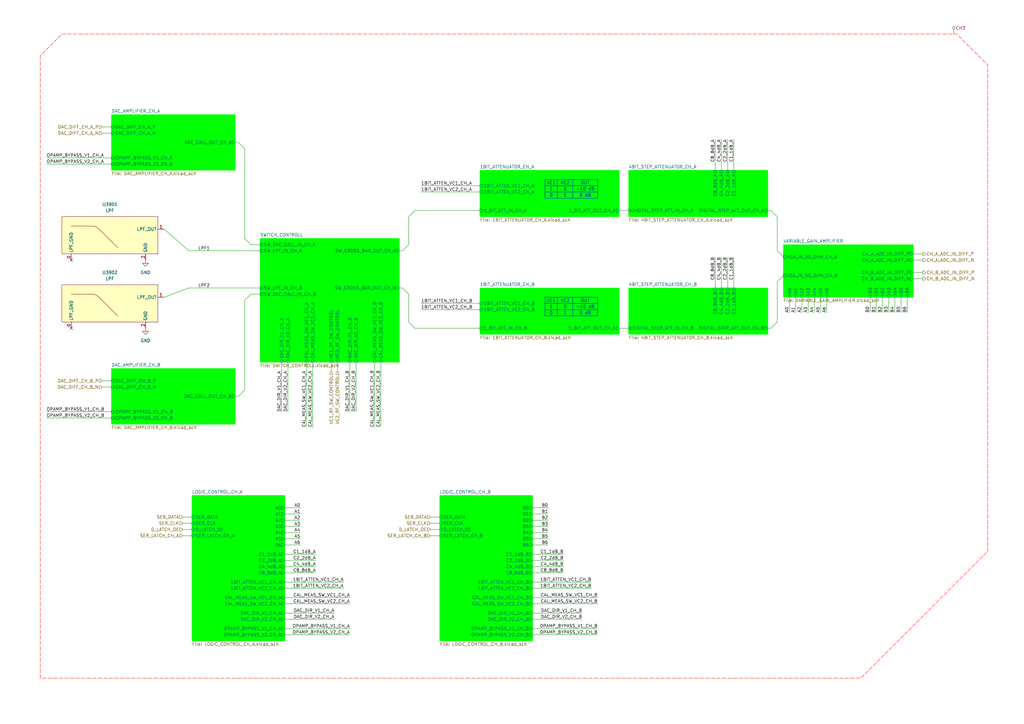
<source format=kicad_sch>
(kicad_sch (version 20250114) (generator "eeschema") (generator_version "9.0")
  (paper "A3")
  (title_block (date "2025-04-16") (company "CERN") (comment 1 "Design by A. Jevtic"))
  (lib_symbols
    (symbol "LPF_MODULE:LPF_MODULE"
      (property "Reference" "U" (at 3.81 9.906 0))
      (property "Value" "LPF" (at 0 0 0))
      (symbol "LPF_MODULE_1_1"
        (rectangle (start -16.51 7.62) (end 22.86 -7.62) (fill (type background)))
        (bezier (pts (xy -3.81 3.81) (xy -3.81 3.81) (xy -2.54 3.81) (xy -1.27 2.54)))
        (polyline (pts (xy -3.81 3.81) (xy -12.7 3.81)))
        (polyline (pts (xy -1.27 2.54) (xy 6.35 -5.08)))
        (pin power_in line (at -12.7 -10.16 90) (length 2.54) (name "LPF_GND") (number "0"))
        (pin power_in line (at 17.78 -10.16 90) (length 2.54) (name "GND") (number "2"))
        (pin output line (at 25.4 2.54 180) (length 2.54) (name "LPF_OUT") (number "1"))
      )
    )
    (symbol "power:GND" (power) (pin_names (offset 0))
      (property "Value" "GND" (at 0 -3.81 0))
      (symbol "GND_0_1"
        (polyline (pts (xy 0 0) (xy 0 -1.27) (xy 1.27 -1.27) (xy 0 -2.54) (xy -1.27 -1.27) (xy 0 -1.27)))
      )
      (symbol "GND_1_1"
        (pin power_in line (at 0 0 270) (length 0) (hide yes) (name "GND") (number "1"))
      )
    )
  )
  (no_connect (at 29.21 134.62))
  (no_connect (at 29.21 106.68))
  (wire (pts (xy 314.96 86.36) (xy 316.23 86.36)))
  (wire (pts (xy 143.51 148.59) (xy 143.51 168.91)))
  (wire (pts (xy 316.23 86.36) (xy 318.77 88.9)))
  (wire (pts (xy 218.44 254) (xy 238.76 254)))
  (wire (pts (xy 331.47 121.92) (xy 331.47 128.27)))
  (wire (pts (xy 314.96 134.62) (xy 316.23 134.62)))
  (wire (pts (xy 218.44 247.65) (xy 245.11 247.65)))
  (wire (pts (xy 135.89 148.59) (xy 135.89 152.4)))
  (wire (pts (xy 218.44 213.36) (xy 224.79 213.36)))
  (wire (pts (xy 45.72 168.91) (xy 19.05 168.91)))
  (wire (pts (xy 318.77 115.57) (xy 318.77 132.08)))
  (wire (pts (xy 102.87 120.65) (xy 100.33 123.19)))
  (wire (pts (xy 156.21 148.59) (xy 156.21 175.26)))
  (wire (pts (xy 116.84 232.41) (xy 129.54 232.41)))
  (wire (pts (xy 102.87 100.33) (xy 100.33 97.79)))
  (wire (pts (xy 128.27 148.59) (xy 128.27 175.26)))
  (wire (pts (xy 196.85 127) (xy 172.72 127)))
  (wire (pts (xy 74.93 214.63) (xy 78.74 214.63)))
  (wire (pts (xy 77.47 102.87) (xy 106.68 102.87)))
  (wire (pts (xy 74.93 219.71) (xy 78.74 219.71)))
  (wire (pts (xy 326.39 121.92) (xy 326.39 128.27)))
  (wire (pts (xy 41.91 52.07) (xy 45.72 52.07)))
  (wire (pts (xy 218.44 210.82) (xy 224.79 210.82)))
  (wire (pts (xy 176.53 217.17) (xy 180.34 217.17)))
  (wire (pts (xy 293.37 69.85) (xy 293.37 57.15)))
  (wire (pts (xy 218.44 251.46) (xy 238.76 251.46)))
  (wire (pts (xy 218.44 227.33) (xy 231.14 227.33)))
  (wire (pts (xy 138.43 148.59) (xy 138.43 152.4)))
  (wire (pts (xy 116.84 260.35) (xy 143.51 260.35)))
  (wire (pts (xy 100.33 60.96) (xy 97.79 58.42)))
  (wire (pts (xy 41.91 54.61) (xy 45.72 54.61)))
  (wire (pts (xy 100.33 160.02) (xy 97.79 162.56)))
  (wire (pts (xy 300.99 118.11) (xy 300.99 105.41)))
  (wire (pts (xy 116.84 210.82) (xy 123.19 210.82)))
  (wire (pts (xy 167.64 100.33) (xy 167.64 88.9)))
  (wire (pts (xy 74.93 212.09) (xy 78.74 212.09)))
  (wire (pts (xy 218.44 257.81) (xy 245.11 257.81)))
  (wire (pts (xy 356.87 121.92) (xy 356.87 128.27)))
  (wire (pts (xy 321.31 105.41) (xy 318.77 102.87)))
  (wire (pts (xy 146.05 148.59) (xy 146.05 168.91)))
  (wire (pts (xy 218.44 223.52) (xy 224.79 223.52)))
  (wire (pts (xy 96.52 162.56) (xy 97.79 162.56)))
  (wire (pts (xy 176.53 212.09) (xy 180.34 212.09)))
  (wire (pts (xy 170.18 134.62) (xy 196.85 134.62)))
  (wire (pts (xy 115.57 148.59) (xy 115.57 168.91)))
  (wire (pts (xy 196.85 78.74) (xy 172.72 78.74)))
  (wire (pts (xy 339.09 121.92) (xy 339.09 128.27)))
  (wire (pts (xy 116.84 254) (xy 137.16 254)))
  (wire (pts (xy 196.85 76.2) (xy 172.72 76.2)))
  (wire (pts (xy 116.84 238.76) (xy 140.97 238.76)))
  (wire (pts (xy 116.84 220.98) (xy 123.19 220.98)))
  (wire (pts (xy 361.95 121.92) (xy 361.95 128.27)))
  (wire (pts (xy 218.44 232.41) (xy 231.14 232.41)))
  (wire (pts (xy 323.85 121.92) (xy 323.85 128.27)))
  (wire (pts (xy 77.47 118.11) (xy 106.68 118.11)))
  (wire (pts (xy 369.57 121.92) (xy 369.57 128.27)))
  (wire (pts (xy 218.44 234.95) (xy 231.14 234.95)))
  (wire (pts (xy 298.45 118.11) (xy 298.45 105.41)))
  (wire (pts (xy 318.77 88.9) (xy 318.77 102.87)))
  (wire (pts (xy 218.44 215.9) (xy 224.79 215.9)))
  (wire (pts (xy 336.55 121.92) (xy 336.55 128.27)))
  (wire (pts (xy 116.84 241.3) (xy 140.97 241.3)))
  (wire (pts (xy 106.68 100.33) (xy 102.87 100.33)))
  (wire (pts (xy 218.44 208.28) (xy 224.79 208.28)))
  (wire (pts (xy 359.41 121.92) (xy 359.41 128.27)))
  (wire (pts (xy 100.33 97.79) (xy 100.33 60.96)))
  (wire (pts (xy 100.33 123.19) (xy 100.33 160.02)))
  (wire (pts (xy 163.83 118.11) (xy 165.1 118.11)))
  (wire (pts (xy 41.91 156.21) (xy 45.72 156.21)))
  (wire (pts (xy 298.45 69.85) (xy 298.45 57.15)))
  (wire (pts (xy 96.52 58.42) (xy 97.79 58.42)))
  (wire (pts (xy 254 86.36) (xy 257.81 86.36)))
  (wire (pts (xy 77.47 102.87) (xy 67.31 93.98)))
  (wire (pts (xy 153.67 148.59) (xy 153.67 175.26)))
  (wire (pts (xy 167.64 120.65) (xy 167.64 132.08)))
  (wire (pts (xy 218.44 220.98) (xy 224.79 220.98)))
  (wire (pts (xy 170.18 86.36) (xy 196.85 86.36)))
  (wire (pts (xy 295.91 118.11) (xy 295.91 105.41)))
  (wire (pts (xy 218.44 229.87) (xy 231.14 229.87)))
  (wire (pts (xy 218.44 238.76) (xy 242.57 238.76)))
  (wire (pts (xy 74.93 217.17) (xy 78.74 217.17)))
  (wire (pts (xy 321.31 113.03) (xy 318.77 115.57)))
  (wire (pts (xy 165.1 102.87) (xy 167.64 100.33)))
  (wire (pts (xy 116.84 245.11) (xy 143.51 245.11)))
  (wire (pts (xy 116.84 251.46) (xy 137.16 251.46)))
  (wire (pts (xy 163.83 102.87) (xy 165.1 102.87)))
  (wire (pts (xy 334.01 121.92) (xy 334.01 128.27)))
  (wire (pts (xy 176.53 219.71) (xy 180.34 219.71)))
  (wire (pts (xy 196.85 124.46) (xy 172.72 124.46)))
  (wire (pts (xy 116.84 229.87) (xy 129.54 229.87)))
  (wire (pts (xy 218.44 241.3) (xy 242.57 241.3)))
  (wire (pts (xy 218.44 260.35) (xy 245.11 260.35)))
  (wire (pts (xy 167.64 132.08) (xy 170.18 134.62)))
  (wire (pts (xy 116.84 208.28) (xy 123.19 208.28)))
  (wire (pts (xy 125.73 148.59) (xy 125.73 175.26)))
  (wire (pts (xy 254 134.62) (xy 257.81 134.62)))
  (wire (pts (xy 295.91 69.85) (xy 295.91 57.15)))
  (wire (pts (xy 116.84 227.33) (xy 129.54 227.33)))
  (wire (pts (xy 116.84 218.44) (xy 123.19 218.44)))
  (wire (pts (xy 318.77 132.08) (xy 316.23 134.62)))
  (wire (pts (xy 328.93 121.92) (xy 328.93 128.27)))
  (wire (pts (xy 118.11 148.59) (xy 118.11 168.91)))
  (wire (pts (xy 372.11 121.92) (xy 372.11 128.27)))
  (wire (pts (xy 165.1 118.11) (xy 167.64 120.65)))
  (wire (pts (xy 116.84 234.95) (xy 129.54 234.95)))
  (wire (pts (xy 300.99 69.85) (xy 300.99 57.15)))
  (wire (pts (xy 116.84 223.52) (xy 123.19 223.52)))
  (wire (pts (xy 116.84 213.36) (xy 123.19 213.36)))
  (wire (pts (xy 218.44 245.11) (xy 245.11 245.11)))
  (wire (pts (xy 374.65 114.3) (xy 378.46 114.3)))
  (wire (pts (xy 116.84 215.9) (xy 123.19 215.9)))
  (wire (pts (xy 176.53 214.63) (xy 180.34 214.63)))
  (wire (pts (xy 116.84 247.65) (xy 143.51 247.65)))
  (wire (pts (xy 67.31 121.92) (xy 77.47 118.11)))
  (wire (pts (xy 293.37 118.11) (xy 293.37 105.41)))
  (wire (pts (xy 374.65 104.14) (xy 378.46 104.14)))
  (wire (pts (xy 374.65 111.76) (xy 378.46 111.76)))
  (wire (pts (xy 167.64 88.9) (xy 170.18 86.36)))
  (wire (pts (xy 367.03 121.92) (xy 367.03 128.27)))
  (wire (pts (xy 102.87 120.65) (xy 106.68 120.65)))
  (wire (pts (xy 116.84 257.81) (xy 143.51 257.81)))
  (wire (pts (xy 218.44 218.44) (xy 224.79 218.44)))
  (wire (pts (xy 45.72 171.45) (xy 19.05 171.45)))
  (wire (pts (xy 45.72 64.77) (xy 19.05 64.77)))
  (wire (pts (xy 41.91 158.75) (xy 45.72 158.75)))
  (wire (pts (xy 364.49 121.92) (xy 364.49 128.27)))
  (wire (pts (xy 374.65 106.68) (xy 378.46 106.68)))
  (wire (pts (xy 45.72 67.31) (xy 19.05 67.31)))
  (table (column_count 3) (border (external yes) (header yes) (stroke (width 0) (color 0 0 255 1))) (separators (rows yes) (cols yes) (stroke (width 0) (color 0 0 255 1))) (column_widths 5.08 6.35 10.16) (row_heights 2.54 2.54 2.54) (cells (table_cell "VC1" (at 223.52 121.92 0) (size 5.08 2.54) (margins 0.9525 0.9525 0.9525 0.9525) (span 1 1)) (table_cell "VC2" (at 228.6 121.92 0) (size 6.35 2.54) (margins 0.9525 0.9525 0.9525 0.9525) (span 1 1)) (table_cell "OUT" (at 234.95 121.92 0) (size 10.16 2.54) (margins 0.9525 0.9525 0.9525 0.9525) (span 1 1)) (table_cell "1" (at 223.52 124.46 0) (size 5.08 2.54) (margins 0.9525 0.9525 0.9525 0.9525) (span 1 1)) (table_cell "0" (at 228.6 124.46 0) (size 6.35 2.54) (margins 0.9525 0.9525 0.9525 0.9525) (span 1 1)) (table_cell "-10 dB" (at 234.95 124.46 0) (size 10.16 2.54) (margins 0.9525 0.9525 0.9525 0.9525) (span 1 1)) (table_cell "0" (at 223.52 127 0) (size 5.08 2.54) (margins 0.9525 0.9525 0.9525 0.9525) (span 1 1)) (table_cell "1" (at 228.6 127 0) (size 6.35 2.54) (margins 0.9525 0.9525 0.9525 0.9525) (span 1 1)) (table_cell "0 dB" (at 234.95 127 0) (size 10.16 2.54) (margins 0.9525 0.9525 0.9525 0.9525) (span 1 1))))
  (table (column_count 3) (border (external yes) (header yes) (stroke (width 0) (color 0 0 255 1))) (separators (rows yes) (cols yes) (stroke (width 0) (color 0 0 255 1))) (column_widths 5.08 6.35 10.16) (row_heights 2.54 2.54 2.54) (cells (table_cell "VC1" (at 223.52 73.66 0) (size 5.08 2.54) (margins 0.9525 0.9525 0.9525 0.9525) (span 1 1)) (table_cell "VC2" (at 228.6 73.66 0) (size 6.35 2.54) (margins 0.9525 0.9525 0.9525 0.9525) (span 1 1)) (table_cell "OUT" (at 234.95 73.66 0) (size 10.16 2.54) (margins 0.9525 0.9525 0.9525 0.9525) (span 1 1)) (table_cell "1" (at 223.52 76.2 0) (size 5.08 2.54) (margins 0.9525 0.9525 0.9525 0.9525) (span 1 1)) (table_cell "0" (at 228.6 76.2 0) (size 6.35 2.54) (margins 0.9525 0.9525 0.9525 0.9525) (span 1 1)) (table_cell "-10 dB" (at 234.95 76.2 0) (size 10.16 2.54) (margins 0.9525 0.9525 0.9525 0.9525) (span 1 1)) (table_cell "0" (at 223.52 78.74 0) (size 5.08 2.54) (margins 0.9525 0.9525 0.9525 0.9525) (span 1 1)) (table_cell "1" (at 228.6 78.74 0) (size 6.35 2.54) (margins 0.9525 0.9525 0.9525 0.9525) (span 1 1)) (table_cell "0 dB" (at 234.95 78.74 0) (size 10.16 2.54) (margins 0.9525 0.9525 0.9525 0.9525) (span 1 1))))
  (label "CAL_MEAS_SW_VC1_CH_B" (at 153.67 175.26 90))
  (label "A0" (at 323.85 128.27 90))
  (label "1BIT_ATTEN_VC2_CH_A" (at 140.97 241.3 180))
  (label "B6" (at 372.11 128.27 90))
  (label "A6" (at 339.09 128.27 90))
  (label "B2" (at 224.79 213.36 180))
  (label "LPF2" (at 81.28 118.11 0))
  (label "B2" (at 361.95 128.27 90))
  (label "CAL_MEAS_SW_VC1_CH_A" (at 143.51 245.11 180))
  (label "B0" (at 224.79 208.28 180))
  (label "DAC_DIR_V1_CH_A" (at 115.57 168.91 90))
  (label "C1_1dB_A" (at 129.54 227.33 180))
  (label "A5" (at 123.19 220.98 180))
  (label "A6" (at 123.19 223.52 180))
  (label "DAC_DIR_V1_CH_A" (at 137.16 251.46 180))
  (label "B1" (at 224.79 210.82 180))
  (label "DAC_DIR_V2_CH_B" (at 238.76 254 180))
  (label "C1_1dB_B" (at 231.14 227.33 180))
  (label "A2" (at 123.19 213.36 180))
  (label "OPAMP_BYPASS_V1_CH_A" (at 143.51 257.81 180))
  (label "A3" (at 331.47 128.27 90))
  (label "C1_1dB_B" (at 300.99 105.41 270))
  (label "OPAMP_BYPASS_V2_CH_B" (at 19.05 171.45 0))
  (label "1BIT_ATTEN_VC1_CH_A" (at 140.97 238.76 180))
  (label "A4" (at 334.01 128.27 90))
  (label "A1" (at 326.39 128.27 90))
  (label "1BIT_ATTEN_VC1_CH_B" (at 242.57 238.76 180))
  (label "OPAMP_BYPASS_V1_CH_B" (at 19.05 168.91 0))
  (label "OPAMP_BYPASS_V1_CH_A" (at 19.05 64.77 0))
  (label "A2" (at 328.93 128.27 90))
  (label "B4" (at 367.03 128.27 90))
  (label "DAC_DIR_V2_CH_B" (at 146.05 168.91 90))
  (label "C2_2dB_B" (at 231.14 229.87 180))
  (label "C4_4dB_A" (at 129.54 232.41 180))
  (label "C4_4dB_A" (at 295.91 57.15 270))
  (label "OPAMP_BYPASS_V2_CH_A" (at 143.51 260.35 180))
  (label "C8_8dB_B" (at 231.14 234.95 180))
  (label "OPAMP_BYPASS_V2_CH_A" (at 19.05 67.31 0))
  (label "OPAMP_BYPASS_V2_CH_B" (at 245.11 260.35 180))
  (label "C8_8dB_A" (at 129.54 234.95 180))
  (label "C2_2dB_B" (at 298.45 105.41 270))
  (label "B6" (at 224.79 223.52 180))
  (label "CAL_MEAS_SW_VC2_CH_B" (at 245.11 247.65 180))
  (label "B5" (at 369.57 128.27 90))
  (label "A3" (at 123.19 215.9 180))
  (label "B3" (at 224.79 215.9 180))
  (label "1BIT_ATTEN_VC1_CH_B" (at 172.72 124.46 0))
  (label "B5" (at 224.79 220.98 180))
  (label "C1_1dB_A" (at 300.99 57.15 270))
  (label "1BIT_ATTEN_VC1_CH_A" (at 172.72 76.2 0))
  (label "CAL_MEAS_SW_VC2_CH_A" (at 143.51 247.65 180))
  (label "DAC_DIR_V2_CH_A" (at 118.11 168.91 90))
  (label "1BIT_ATTEN_VC2_CH_A" (at 172.72 78.74 0))
  (label "B1" (at 359.41 128.27 90))
  (label "C2_2dB_A" (at 129.54 229.87 180))
  (label "DAC_DIR_V1_CH_B" (at 238.76 251.46 180))
  (label "A5" (at 336.55 128.27 90))
  (label "CAL_MEAS_SW_VC1_CH_A" (at 125.73 175.26 90))
  (label "1BIT_ATTEN_VC2_CH_B" (at 172.72 127 0))
  (label "B0" (at 356.87 128.27 90))
  (label "OPAMP_BYPASS_V1_CH_B" (at 245.11 257.81 180))
  (label "C8_8dB_B" (at 293.37 105.41 270))
  (label "A0" (at 123.19 208.28 180))
  (label "C8_8dB_A" (at 293.37 57.15 270))
  (label "C4_4dB_B" (at 295.91 105.41 270))
  (label "CAL_MEAS_SW_VC2_CH_A" (at 128.27 175.26 90))
  (label "A4" (at 123.19 218.44 180))
  (label "DAC_DIR_V1_CH_B" (at 143.51 168.91 90))
  (label "LPF1" (at 81.28 102.87 0))
  (label "CAL_MEAS_SW_VC2_CH_B" (at 156.21 175.26 90))
  (label "A1" (at 123.19 210.82 180))
  (label "C2_2dB_A" (at 298.45 57.15 270))
  (label "C4_4dB_B" (at 231.14 232.41 180))
  (label "B3" (at 364.49 128.27 90))
  (label "DAC_DIR_V2_CH_A" (at 137.16 254 180))
  (label "1BIT_ATTEN_VC2_CH_B" (at 242.57 241.3 180))
  (label "CAL_MEAS_SW_VC1_CH_B" (at 245.11 245.11 180))
  (label "B4" (at 224.79 218.44 180))
  (hierarchical_label "DAC_DIFF_CH_B_P" (shape input) (at 41.91 156.21 180))
  (hierarchical_label "DAC_DIFF_CH_B_N" (shape input) (at 41.91 158.75 180))
  (hierarchical_label "SER_CLK" (shape input) (at 74.93 214.63 180))
  (hierarchical_label "VC2_RF_SW_CONTROL" (shape input) (at 138.43 152.4 270))
  (hierarchical_label "CH_B_ADC_IN_DIFF_P" (shape output) (at 378.46 111.76 0))
  (hierarchical_label "CH_A_ADC_IN_DIFF_N" (shape output) (at 378.46 106.68 0))
  (hierarchical_label "SER_LATCH_CH_B" (shape input) (at 176.53 219.71 180))
  (hierarchical_label "DAC_DIFF_CH_A_N" (shape input) (at 41.91 54.61 180))
  (hierarchical_label "SER_CLK" (shape input) (at 176.53 214.63 180))
  (hierarchical_label "CH_A_ADC_IN_DIFF_P" (shape output) (at 378.46 104.14 0))
  (hierarchical_label "D_LATCH_OE" (shape input) (at 176.53 217.17 180))
  (hierarchical_label "SER_DATA" (shape input) (at 74.93 212.09 180))
  (hierarchical_label "CH_B_ADC_IN_DIFF_N" (shape output) (at 378.46 114.3 0))
  (hierarchical_label "SER_DATA" (shape input) (at 176.53 212.09 180))
  (hierarchical_label "SER_LATCH_CH_A" (shape input) (at 74.93 219.71 180))
  (hierarchical_label "D_LATCH_OE" (shape input) (at 74.93 217.17 180))
  (hierarchical_label "VC1_RF_SW_CONTROL" (shape input) (at 135.89 152.4 270))
  (hierarchical_label "DAC_DIFF_CH_A_P" (shape input) (at 41.91 52.07 180))
  (rule_area (polyline (pts (xy 16.51 22.86) (xy 16.51 278.13) (xy 353.06 278.13) (xy 405.13 226.06) (xy 405.13 26.67) (xy 392.43 13.97) (xy 25.4 13.97)) (stroke (width 0) (type dash))))
  (netclass_flag "" (length 2.54) (shape round) (at 391.16 13.97 0) (property "Component Class" "CH3" (at 391.8585 11.43 0) (effects (font (italic yes)) (justify left))))
  (symbol (lib_id "power:GND") (at 59.69 134.62 0) (unit 1)
    (property "Reference" "#PWR03902" (effects (hide yes)))
    (property "Value" "GND" (at 59.69 139.7 0))
    (property "Description" "Power symbol creates a global label with name \"GND\" , ground" (effects (hide yes)))
  )
  (symbol (lib_id "power:GND") (at 59.69 106.68 0) (unit 1)
    (property "Reference" "#PWR03901" (effects (hide yes)))
    (property "Value" "GND" (at 59.69 111.76 0))
    (property "Description" "Power symbol creates a global label with name \"GND\" , ground" (effects (hide yes)))
  )
  (symbol (lib_id "LPF_MODULE:LPF_MODULE") (at 41.91 124.46 0) (unit 1)
    (property "Reference" "U3902" (at 45.085 111.76 0))
    (property "Value" "LPF" (at 45.085 114.3 0))
    (property "Footprint" "LPF_MODULE:LPF_MODULE" (effects (hide yes)))
  )
  (symbol (lib_id "LPF_MODULE:LPF_MODULE") (at 41.91 96.52 0) (unit 1)
    (property "Reference" "U3901" (at 45.085 83.82 0))
    (property "Value" "LPF" (at 45.085 86.36 0))
    (property "Footprint" "LPF_MODULE:LPF_MODULE" (effects (hide yes)))
  )
  (sheet (at 257.81 69.85) (size 57.15 19.05) (stroke (width 0.1524) (color 0 255 0 1)) (fill (color 0 255 0 1.0000))
    (property "Sheetname" "4BIT_STEP_ATTENUATOR_CH_A" (at 257.81 69.1384 0) (effects (justify left bottom)))
    (property "Sheetfile" "4BIT_STEP_ATTENUATOR_CH_A.kicad_sch" (at 257.81 89.4846 0) (effects (justify left top)))
    (pin "DIGITAL_STEP_ATT_IN_CH_A" input (at 257.81 86.36 180))
    (pin "C8_8dB_A" input (at 293.37 69.85 90))
    (pin "C2_2dB_A" input (at 298.45 69.85 90))
    (pin "C1_1dB_A" input (at 300.99 69.85 90))
    (pin "C4_4dB_A" input (at 295.91 69.85 90))
    (pin "DIGITAL_STEP_ATT_OUT_CH_A" output (at 314.96 86.36 0))
  )
  (sheet (at 180.34 203.2) (size 38.1 59.69) (stroke (width 0.1524) (color 0 255 0 1)) (fill (color 0 255 0 1.0000))
    (property "Sheetname" "LOGIC_CONTROL_CH_B" (at 180.34 202.4884 0) (effects (justify left bottom)))
    (property "Sheetfile" "LOGIC_CONTROL_CH_B.kicad_sch" (at 180.34 263.4746 0) (effects (justify left top)))
    (pin "SER_DATA" input (at 180.34 212.09 180))
    (pin "SER_CLK" input (at 180.34 214.63 180))
    (pin "D_LATCH_OE" input (at 180.34 217.17 180))
    (pin "DAC_DIR_V2_CH_B" output (at 218.44 254 0))
    (pin "C4_4dB_B" output (at 218.44 232.41 0))
    (pin "C1_1dB_B" output (at 218.44 227.33 0))
    (pin "DAC_DIR_V1_CH_B" output (at 218.44 251.46 0))
    (pin "B0" output (at 218.44 208.28 0))
    (pin "B6" output (at 218.44 223.52 0))
    (pin "B3" output (at 218.44 220.98 0))
    (pin "B1" output (at 218.44 210.82 0))
    (pin "B2" output (at 218.44 213.36 0))
    (pin "B4" output (at 218.44 218.44 0))
    (pin "1BIT_ATTEN_VC2_CH_B" output (at 218.44 241.3 0))
    (pin "C8_8dB_B" output (at 218.44 234.95 0))
    (pin "B5" output (at 218.44 215.9 0))
    (pin "1BIT_ATTEN_VC1_CH_B" output (at 218.44 238.76 0))
    (pin "CAL_MEAS_SW_VC2_CH_B" output (at 218.44 247.65 0))
    (pin "SER_LATCH_CH_B" input (at 180.34 219.71 180))
    (pin "C2_2dB_B" output (at 218.44 229.87 0))
    (pin "CAL_MEAS_SW_VC1_CH_B" output (at 218.44 245.11 0))
    (pin "OPAMP_BYPASS_V1_CH_B" output (at 218.44 257.81 0))
    (pin "OPAMP_BYPASS_V2_CH_B" output (at 218.44 260.35 0))
  )
  (sheet (at 45.72 46.99) (size 50.8 22.86) (stroke (width 0.1524) (color 0 255 0 1)) (fill (color 0 255 0 1.0000))
    (property "Sheetname" "DAC_AMPLIFIER_CH_A" (at 45.72 46.2784 0) (effects (justify left bottom)))
    (property "Sheetfile" "DAC_AMPLIFIER_CH_A.kicad_sch" (at 45.72 70.4346 0) (effects (justify left top)))
    (pin "DAC_DIFF_CH_A_P" input (at 45.72 52.07 180))
    (pin "DAC_DIFF_CH_A_N" input (at 45.72 54.61 180))
    (pin "OPAMP_BYPASS_V2_CH_A" input (at 45.72 67.31 180))
    (pin "OPAMP_BYPASS_V1_CH_A" input (at 45.72 64.77 180))
    (pin "DAC_CALL_OUT_CH_A" output (at 96.52 58.42 0))
  )
  (sheet (at 196.85 118.11) (size 57.15 19.05) (stroke (width 0.1524) (color 0 255 0 1)) (fill (color 0 255 0 1.0000))
    (property "Sheetname" "1BIT_ATTENUATOR_CH_B" (at 196.85 117.3984 0) (effects (justify left bottom)))
    (property "Sheetfile" "1BIT_ATTENUATOR_CH_B.kicad_sch" (at 196.85 137.7446 0) (effects (justify left top)))
    (pin "1_BIT_ATT_IN_CH_B" input (at 196.85 134.62 180))
    (pin "1_BIT_ATT_OUT_CH_A" output (at 254 134.62 0))
    (pin "1BIT_ATTEN_VC1_CH_B" input (at 196.85 124.46 180))
    (pin "1BIT_ATTEN_VC2_CH_B" input (at 196.85 127 180))
  )
  (sheet (at 106.68 97.79) (size 57.15 50.8) (stroke (width 0.1524) (color 0 255 0 1)) (fill (color 0 255 0 1.0000))
    (property "Sheetname" "SWITCH_CONTROLL" (at 106.68 97.0784 0) (effects (justify left bottom)))
    (property "Sheetfile" "SWITCH_CONTROLL.kicad_sch" (at 106.68 149.1746 0) (effects (justify left top)))
    (pin "CAL_MEAS_SW_VC2_CH_A" input (at 128.27 148.59 270))
    (pin "SW_CROSS_BAR_OUT_CH_B" output (at 163.83 118.11 0))
    (pin "SW_CROSS_BAR_OUT_CH_A" output (at 163.83 102.87 0))
    (pin "SW_DAC_CALL_IN_CH_A" input (at 106.68 100.33 180))
    (pin "DAC_DIR_V2_CH_B" input (at 146.05 148.59 270))
    (pin "CAL_MEAS_SW_VC1_CH_A" input (at 125.73 148.59 270))
    (pin "CAL_MEAS_SW_VC2_CH_B" input (at 156.21 148.59 270))
    (pin "SW_DAC_CALL_IN_CH_B" input (at 106.68 120.65 180))
    (pin "DAC_DIR_V2_CH_A" input (at 118.11 148.59 270))
    (pin "DAC_DIR_V1_CH_A" input (at 115.57 148.59 270))
    (pin "CAL_MEAS_SW_VC1_CH_B" input (at 153.67 148.59 270))
    (pin "DAC_DIR_V1_CH_B" input (at 143.51 148.59 270))
    (pin "VC2_RF_SW_CONTROL" input (at 138.43 148.59 270))
    (pin "VC1_RF_SW_CONTROL" input (at 135.89 148.59 270))
    (pin "SW_LPF_IN_CH_A" input (at 106.68 102.87 180))
    (pin "SW_LPF_IN_CH_B" input (at 106.68 118.11 180))
  )
  (sheet (at 257.81 118.11) (size 57.15 19.05) (stroke (width 0.1524) (color 0 255 0 1)) (fill (color 0 255 0 1.0000))
    (property "Sheetname" "4BIT_STEP_ATTENUATOR_CH_B" (at 257.81 117.3984 0) (effects (justify left bottom)))
    (property "Sheetfile" "4BIT_STEP_ATTENUATOR_CH_B.kicad_sch" (at 257.81 137.7446 0) (effects (justify left top)))
    (pin "DIGITAL_STEP_ATT_OUT_CH_B" output (at 314.96 134.62 0))
    (pin "DIGITAL_STEP_ATT_IN_CH_B" input (at 257.81 134.62 180))
    (pin "C8_8dB_B" input (at 293.37 118.11 90))
    (pin "C2_2dB_B" input (at 298.45 118.11 90))
    (pin "C1_1dB_B" input (at 300.99 118.11 90))
    (pin "C4_4dB_B" input (at 295.91 118.11 90))
  )
  (sheet (at 196.85 69.85) (size 57.15 19.05) (stroke (width 0.1524) (color 0 255 0 1)) (fill (color 0 255 0 1.0000))
    (property "Sheetname" "1BIT_ATTENUATOR_CH_A" (at 196.85 69.1384 0) (effects (justify left bottom)))
    (property "Sheetfile" "1BIT_ATTENUATOR_CH_A.kicad_sch" (at 196.85 89.4846 0) (effects (justify left top)))
    (pin "1_BIT_ATT_OUT_CH_A" output (at 254 86.36 0))
    (pin "1BIT_ATTEN_VC1_CH_A" input (at 196.85 76.2 180))
    (pin "1BIT_ATTEN_VC2_CH_A" input (at 196.85 78.74 180))
    (pin "1_BIT_ATT_IN_CH_A" input (at 196.85 86.36 180))
  )
  (sheet (at 45.72 151.13) (size 50.8 22.86) (stroke (width 0.1524) (color 0 255 0 1)) (fill (color 0 255 0 1.0000))
    (property "Sheetname" "DAC_AMPLIFIER_CH_B" (at 45.72 150.4184 0) (effects (justify left bottom)))
    (property "Sheetfile" "DAC_AMPLIFIER_CH_B.kicad_sch" (at 45.72 174.5746 0) (effects (justify left top)))
    (pin "DAC_DIFF_CH_B_P" input (at 45.72 156.21 180))
    (pin "DAC_DIFF_CH_B_N" input (at 45.72 158.75 180))
    (pin "OPAMP_BYPASS_V2_CH_B" input (at 45.72 171.45 180))
    (pin "OPAMP_BYPASS_V1_CH_B" input (at 45.72 168.91 180))
    (pin "DAC_CALL_OUT_CH_B" output (at 96.52 162.56 0))
  )
  (sheet (at 321.31 100.33) (size 53.34 21.59) (stroke (width 0.1524) (color 0 255 0 1)) (fill (color 0 255 0 1.0000))
    (property "Sheetname" "VARIABLE_GAIN_AMPLIFIER" (at 321.31 99.6184 0) (effects (justify left bottom)))
    (property "Sheetfile" "VARIABLE_GAIN_AMPLIFIER.kicad_sch" (at 321.31 122.5046 0) (effects (justify left top)))
    (pin "CH_A_ADC_IN_DIFF_N" output (at 374.65 106.68 0))
    (pin "VGA_IN_50_OHM_CH_B" input (at 321.31 113.03 180))
    (pin "CH_B_ADC_IN_DIFF_N" output (at 374.65 114.3 0))
    (pin "CH_B_ADC_IN_DIFF_P" output (at 374.65 111.76 0))
    (pin "CH_A_ADC_IN_DIFF_P" output (at 374.65 104.14 0))
    (pin "VGA_IN_50_OHM_CH_A" input (at 321.31 105.41 180))
    (pin "B2" input (at 361.95 121.92 270))
    (pin "B0" input (at 356.87 121.92 270))
    (pin "B1" input (at 359.41 121.92 270))
    (pin "A3" input (at 331.47 121.92 270))
    (pin "A5" input (at 336.55 121.92 270))
    (pin "B5" input (at 369.57 121.92 270))
    (pin "A6" input (at 339.09 121.92 270))
    (pin "B6" input (at 372.11 121.92 270))
    (pin "A4" input (at 334.01 121.92 270))
    (pin "B4" input (at 367.03 121.92 270))
    (pin "A2" input (at 328.93 121.92 270))
    (pin "A0" input (at 323.85 121.92 270))
    (pin "A1" input (at 326.39 121.92 270))
    (pin "B3" input (at 364.49 121.92 270))
  )
  (sheet (at 78.74 203.2) (size 38.1 59.69) (stroke (width 0.1524) (color 0 255 0 1)) (fill (color 0 255 0 1.0000))
    (property "Sheetname" "LOGIC_CONTROL_CH_A" (at 78.74 202.4884 0) (effects (justify left bottom)))
    (property "Sheetfile" "LOGIC_CONTROL_CH_A.kicad_sch" (at 78.74 263.4746 0) (effects (justify left top)))
    (pin "SER_DATA" input (at 78.74 212.09 180))
    (pin "SER_LATCH_CH_A" input (at 78.74 219.71 180))
    (pin "SER_CLK" input (at 78.74 214.63 180))
    (pin "A0" output (at 116.84 208.28 0))
    (pin "A6" output (at 116.84 223.52 0))
    (pin "A1" output (at 116.84 210.82 0))
    (pin "A3" output (at 116.84 215.9 0))
    (pin "A5" output (at 116.84 220.98 0))
    (pin "A4" output (at 116.84 218.44 0))
    (pin "A2" output (at 116.84 213.36 0))
    (pin "C2_2dB_A" output (at 116.84 229.87 0))
    (pin "C4_4dB_A" output (at 116.84 232.41 0))
    (pin "C1_1dB_A" output (at 116.84 227.33 0))
    (pin "C8_8dB_A" output (at 116.84 234.95 0))
    (pin "D_LATCH_OE" input (at 78.74 217.17 180))
    (pin "1BIT_ATTEN_VC2_CH_A" output (at 116.84 241.3 0))
    (pin "1BIT_ATTEN_VC1_CH_A" output (at 116.84 238.76 0))
    (pin "CAL_MEAS_SW_VC1_CH_A" output (at 116.84 245.11 0))
    (pin "CAL_MEAS_SW_VC2_CH_A" output (at 116.84 247.65 0))
    (pin "DAC_DIR_V2_CH_A" output (at 116.84 254 0))
    (pin "DAC_DIR_V1_CH_A" output (at 116.84 251.46 0))
    (pin "OPAMP_BYPASS_V2_CH_A" output (at 116.84 260.35 0))
    (pin "OPAMP_BYPASS_V1_CH_A" output (at 116.84 257.81 0))
  )
)
</source>
